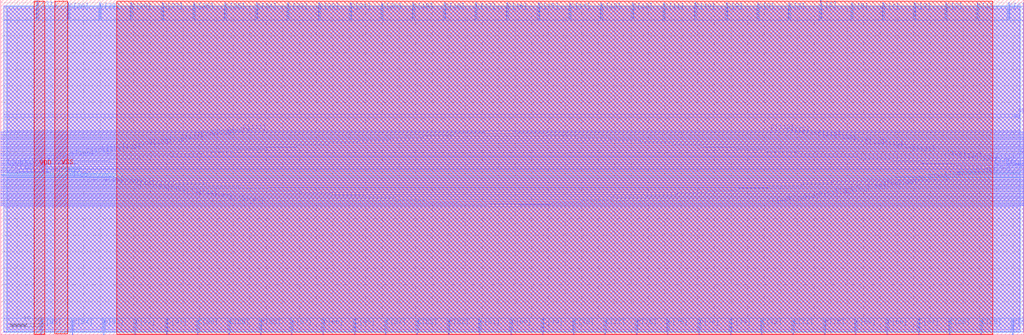
<source format=lef>
VERSION 5.7 ;
  NOWIREEXTENSIONATPIN ON ;
  DIVIDERCHAR "/" ;
  BUSBITCHARS "[]" ;
MACRO BR128
  CLASS BLOCK ;
  FOREIGN BR128 ;
  ORIGIN 0.000 0.000 ;
  SIZE 308.240 BY 100.920 ;
  PIN OUT
    PORT
      LAYER met1 ;
        RECT 305.750 65.745 306.970 66.135 ;
    END
  END OUT
  PIN C[127]
    PORT
      LAYER met1 ;
        RECT 296.865 50.150 308.240 50.455 ;
    END
  END C[127]
  PIN C[126]
    PORT
      LAYER met1 ;
        RECT 287.425 50.860 308.240 51.165 ;
    END
  END C[126]
  PIN C[125]
    PORT
      LAYER met1 ;
        RECT 277.980 51.570 308.240 51.875 ;
    END
  END C[125]
  PIN C[124]
    PORT
      LAYER met1 ;
        RECT 268.545 52.280 308.240 52.585 ;
    END
  END C[124]
  PIN C[123]
    PORT
      LAYER met1 ;
        RECT 259.095 52.990 308.240 53.295 ;
    END
  END C[123]
  PIN C[122]
    PORT
      LAYER met1 ;
        RECT 305.880 53.695 308.240 54.005 ;
    END
  END C[122]
  PIN C[121]
    PORT
      LAYER met1 ;
        RECT 240.220 54.410 308.240 54.715 ;
    END
  END C[121]
  PIN C[120]
    PORT
      LAYER met1 ;
        RECT 230.780 55.120 308.240 55.425 ;
    END
  END C[120]
  PIN C[119]
    PORT
      LAYER met1 ;
        RECT 221.375 55.830 308.240 56.135 ;
    END
  END C[119]
  PIN C[118]
    PORT
      LAYER met1 ;
        RECT 211.935 56.540 308.240 56.845 ;
    END
  END C[118]
  PIN C[117]
    PORT
      LAYER met1 ;
        RECT 202.505 57.250 308.240 57.555 ;
    END
  END C[117]
  PIN C[116]
    PORT
      LAYER met1 ;
        RECT 193.055 57.960 308.240 58.265 ;
    END
  END C[116]
  PIN C[115]
    PORT
      LAYER met1 ;
        RECT 183.615 58.670 308.240 58.975 ;
    END
  END C[115]
  PIN C[114]
    PORT
      LAYER met1 ;
        RECT 174.170 59.380 308.240 59.685 ;
    END
  END C[114]
  PIN C[113]
    PORT
      LAYER met1 ;
        RECT 164.735 60.090 308.240 60.395 ;
    END
  END C[113]
  PIN C[112]
    PORT
      LAYER met1 ;
        RECT 155.295 60.800 308.240 61.105 ;
    END
  END C[112]
  PIN C[63]
    PORT
      LAYER met1 ;
        RECT 298.015 49.440 308.240 49.745 ;
    END
  END C[63]
  PIN C[62]
    PORT
      LAYER met1 ;
        RECT 288.580 48.730 308.240 49.035 ;
    END
  END C[62]
  PIN C[61]
    PORT
      LAYER met1 ;
        RECT 279.135 48.020 308.240 48.325 ;
    END
  END C[61]
  PIN C[60]
    PORT
      LAYER met1 ;
        RECT 269.690 47.310 308.240 47.615 ;
    END
  END C[60]
  PIN C[59]
    PORT
      LAYER met1 ;
        RECT 260.255 46.600 308.240 46.905 ;
    END
  END C[59]
  PIN C[58]
    PORT
      LAYER met1 ;
        RECT 250.815 45.890 308.240 46.195 ;
    END
  END C[58]
  PIN C[57]
    PORT
      LAYER met1 ;
        RECT 241.370 45.180 308.240 45.485 ;
    END
  END C[57]
  PIN C[56]
    PORT
      LAYER met1 ;
        RECT 231.930 44.470 308.240 44.775 ;
    END
  END C[56]
  PIN C[55]
    PORT
      LAYER met1 ;
        RECT 222.540 43.760 308.240 44.065 ;
    END
  END C[55]
  PIN C[54]
    PORT
      LAYER met1 ;
        RECT 213.085 43.050 308.240 43.355 ;
    END
  END C[54]
  PIN C[53]
    PORT
      LAYER met1 ;
        RECT 203.660 42.340 308.240 42.645 ;
    END
  END C[53]
  PIN C[52]
    PORT
      LAYER met1 ;
        RECT 194.205 41.630 308.240 41.935 ;
    END
  END C[52]
  PIN C[51]
    PORT
      LAYER met1 ;
        RECT 184.755 40.920 308.240 41.225 ;
    END
  END C[51]
  PIN C[50]
    PORT
      LAYER met1 ;
        RECT 175.340 40.210 308.240 40.515 ;
    END
  END C[50]
  PIN C[49]
    PORT
      LAYER met1 ;
        RECT 165.890 39.500 308.240 39.805 ;
    END
  END C[49]
  PIN C[48]
    PORT
      LAYER met1 ;
        RECT 156.430 38.790 308.240 39.095 ;
    END
  END C[48]
  PIN RESET
    PORT
      LAYER met3 ;
        RECT 0.305 47.850 36.260 48.300 ;
    END
  END RESET
  PIN C[111]
    PORT
      LAYER met1 ;
        RECT 0.000 60.815 145.600 61.120 ;
    END
  END C[111]
  PIN C[110]
    PORT
      LAYER met1 ;
        RECT 0.000 60.105 136.160 60.410 ;
    END
  END C[110]
  PIN C[109]
    PORT
      LAYER met1 ;
        RECT 0.000 59.395 126.725 59.700 ;
    END
  END C[109]
  PIN C[108]
    PORT
      LAYER met1 ;
        RECT 0.000 58.685 117.280 58.990 ;
    END
  END C[108]
  PIN C[107]
    PORT
      LAYER met1 ;
        RECT 0.000 57.975 107.840 58.280 ;
    END
  END C[107]
  PIN C[106]
    PORT
      LAYER met1 ;
        RECT 0.000 57.265 98.390 57.570 ;
    END
  END C[106]
  PIN C[105]
    PORT
      LAYER met1 ;
        RECT 0.000 56.555 88.960 56.860 ;
    END
  END C[105]
  PIN C[104]
    PORT
      LAYER met1 ;
        RECT 0.000 55.845 79.520 56.150 ;
    END
  END C[104]
  PIN C[103]
    PORT
      LAYER met1 ;
        RECT 0.000 55.135 70.115 55.440 ;
    END
  END C[103]
  PIN C[102]
    PORT
      LAYER met1 ;
        RECT 0.000 54.425 60.675 54.730 ;
    END
  END C[102]
  PIN C[101]
    PORT
      LAYER met1 ;
        RECT 0.000 53.715 51.235 54.020 ;
    END
  END C[101]
  PIN C[100]
    PORT
      LAYER met1 ;
        RECT 0.000 53.005 41.800 53.310 ;
    END
  END C[100]
  PIN C[99]
    PORT
      LAYER met1 ;
        RECT 0.000 52.295 32.350 52.600 ;
    END
  END C[99]
  PIN C[98]
    PORT
      LAYER met1 ;
        RECT 0.000 51.585 22.915 51.890 ;
    END
  END C[98]
  PIN C[97]
    PORT
      LAYER met1 ;
        RECT 0.000 50.875 13.470 51.180 ;
    END
  END C[97]
  PIN C[96]
    PORT
      LAYER met1 ;
        RECT 0.000 50.165 4.030 50.470 ;
    END
  END C[96]
  PIN C[32]
    PORT
      LAYER met1 ;
        RECT 0.000 49.455 5.165 49.760 ;
    END
  END C[32]
  PIN C[33]
    PORT
      LAYER met1 ;
        RECT 0.000 48.745 14.600 49.050 ;
    END
  END C[33]
  PIN C[34]
    PORT
      LAYER met1 ;
        RECT 0.000 48.035 24.045 48.340 ;
    END
  END C[34]
  PIN C[35]
    PORT
      LAYER met1 ;
        RECT 0.000 47.325 33.490 47.630 ;
    END
  END C[35]
  PIN C[36]
    PORT
      LAYER met1 ;
        RECT 0.000 46.615 42.925 46.920 ;
    END
  END C[36]
  PIN C[37]
    PORT
      LAYER met1 ;
        RECT 0.000 45.905 52.365 46.210 ;
    END
  END C[37]
  PIN C[38]
    PORT
      LAYER met1 ;
        RECT 0.000 45.195 61.810 45.500 ;
    END
  END C[38]
  PIN C[39]
    PORT
      LAYER met1 ;
        RECT 0.000 44.485 71.250 44.790 ;
    END
  END C[39]
  PIN C[40]
    PORT
      LAYER met1 ;
        RECT 0.000 43.775 80.640 44.080 ;
    END
  END C[40]
  PIN C[41]
    PORT
      LAYER met1 ;
        RECT 0.000 43.065 90.095 43.370 ;
    END
  END C[41]
  PIN C[42]
    PORT
      LAYER met1 ;
        RECT 0.000 42.355 99.520 42.660 ;
    END
  END C[42]
  PIN C[43]
    PORT
      LAYER met1 ;
        RECT 0.000 41.645 108.975 41.950 ;
    END
  END C[43]
  PIN C[44]
    PORT
      LAYER met1 ;
        RECT 0.000 40.935 118.425 41.240 ;
    END
  END C[44]
  PIN C[45]
    PORT
      LAYER met1 ;
        RECT 0.000 40.225 127.840 40.530 ;
    END
  END C[45]
  PIN C[46]
    PORT
      LAYER met1 ;
        RECT 0.000 39.515 137.290 39.820 ;
    END
  END C[46]
  PIN C[47]
    PORT
      LAYER met1 ;
        RECT 0.000 38.805 146.750 39.110 ;
    END
  END C[47]
  PIN C[0]
    PORT
      LAYER met2 ;
        RECT 303.540 95.085 303.760 99.960 ;
    END
  END C[0]
  PIN C[1]
    PORT
      LAYER met2 ;
        RECT 294.100 95.085 294.320 99.960 ;
    END
  END C[1]
  PIN C[2]
    PORT
      LAYER met2 ;
        RECT 284.660 95.085 284.880 99.960 ;
    END
  END C[2]
  PIN C[3]
    PORT
      LAYER met2 ;
        RECT 275.220 95.085 275.440 99.960 ;
    END
  END C[3]
  PIN C[4]
    PORT
      LAYER met2 ;
        RECT 265.780 95.085 266.000 99.960 ;
    END
  END C[4]
  PIN C[5]
    PORT
      LAYER met2 ;
        RECT 256.340 95.085 256.560 99.960 ;
    END
  END C[5]
  PIN C[7]
    PORT
      LAYER met2 ;
        RECT 237.460 95.085 237.680 99.960 ;
    END
  END C[7]
  PIN C[8]
    PORT
      LAYER met2 ;
        RECT 228.020 95.085 228.240 99.960 ;
    END
  END C[8]
  PIN C[9]
    PORT
      LAYER met2 ;
        RECT 218.580 95.085 218.800 99.960 ;
    END
  END C[9]
  PIN C[10]
    PORT
      LAYER met2 ;
        RECT 209.140 95.085 209.360 99.960 ;
    END
  END C[10]
  PIN C[11]
    PORT
      LAYER met2 ;
        RECT 199.700 95.085 199.920 99.960 ;
    END
  END C[11]
  PIN C[12]
    PORT
      LAYER met2 ;
        RECT 190.260 95.085 190.480 99.960 ;
    END
  END C[12]
  PIN C[13]
    PORT
      LAYER met2 ;
        RECT 180.820 95.085 181.040 99.960 ;
    END
  END C[13]
  PIN C[14]
    PORT
      LAYER met2 ;
        RECT 171.380 95.085 171.600 99.960 ;
    END
  END C[14]
  PIN C[15]
    PORT
      LAYER met2 ;
        RECT 161.940 95.085 162.160 99.960 ;
    END
  END C[15]
  PIN C[16]
    PORT
      LAYER met2 ;
        RECT 152.500 95.085 152.720 99.960 ;
    END
  END C[16]
  PIN C[17]
    PORT
      LAYER met2 ;
        RECT 143.060 95.085 143.280 99.960 ;
    END
  END C[17]
  PIN C[18]
    PORT
      LAYER met2 ;
        RECT 133.620 95.085 133.840 99.960 ;
    END
  END C[18]
  PIN C[19]
    PORT
      LAYER met2 ;
        RECT 124.180 95.085 124.400 99.960 ;
    END
  END C[19]
  PIN C[20]
    PORT
      LAYER met2 ;
        RECT 114.740 95.085 114.960 99.960 ;
    END
  END C[20]
  PIN C[21]
    PORT
      LAYER met2 ;
        RECT 105.300 95.085 105.520 99.960 ;
    END
  END C[21]
  PIN C[22]
    PORT
      LAYER met2 ;
        RECT 95.860 95.085 96.080 99.960 ;
    END
  END C[22]
  PIN C[23]
    PORT
      LAYER met2 ;
        RECT 86.420 95.085 86.640 99.960 ;
    END
  END C[23]
  PIN C[24]
    PORT
      LAYER met2 ;
        RECT 76.980 95.085 77.200 99.960 ;
    END
  END C[24]
  PIN C[25]
    PORT
      LAYER met2 ;
        RECT 67.540 95.085 67.760 99.960 ;
    END
  END C[25]
  PIN C[26]
    PORT
      LAYER met2 ;
        RECT 58.100 95.085 58.320 99.960 ;
    END
  END C[26]
  PIN C[27]
    PORT
      LAYER met2 ;
        RECT 48.660 95.085 48.880 99.960 ;
    END
  END C[27]
  PIN C[28]
    PORT
      LAYER met2 ;
        RECT 39.220 95.085 39.440 99.960 ;
    END
  END C[28]
  PIN C[29]
    PORT
      LAYER met2 ;
        RECT 29.780 95.085 30.000 99.960 ;
    END
  END C[29]
  PIN C[30]
    PORT
      LAYER met2 ;
        RECT 20.340 95.085 20.560 99.960 ;
    END
  END C[30]
  PIN C[6]
    PORT
      LAYER met2 ;
        RECT 246.900 95.085 247.120 100.755 ;
    END
  END C[6]
  PIN C[31]
    PORT
      LAYER met2 ;
        RECT 10.900 95.085 11.120 100.920 ;
    END
  END C[31]
  PIN C[95]
    PORT
      LAYER met2 ;
        RECT 12.045 0.000 12.325 4.650 ;
    END
  END C[95]
  PIN C[94]
    PORT
      LAYER met2 ;
        RECT 21.485 0.000 21.765 4.650 ;
    END
  END C[94]
  PIN C[93]
    PORT
      LAYER met2 ;
        RECT 30.925 0.000 31.205 4.650 ;
    END
  END C[93]
  PIN C[92]
    PORT
      LAYER met2 ;
        RECT 40.365 0.000 40.645 4.650 ;
    END
  END C[92]
  PIN C[91]
    PORT
      LAYER met2 ;
        RECT 49.805 0.000 50.085 4.650 ;
    END
  END C[91]
  PIN C[90]
    PORT
      LAYER met2 ;
        RECT 59.245 0.000 59.525 4.650 ;
    END
  END C[90]
  PIN C[89]
    PORT
      LAYER met2 ;
        RECT 68.685 0.000 68.965 4.650 ;
    END
  END C[89]
  PIN C[88]
    PORT
      LAYER met2 ;
        RECT 78.125 0.000 78.405 4.650 ;
    END
  END C[88]
  PIN C[87]
    PORT
      LAYER met2 ;
        RECT 87.565 0.000 87.845 4.650 ;
    END
  END C[87]
  PIN C[86]
    PORT
      LAYER met2 ;
        RECT 97.005 0.000 97.285 4.650 ;
    END
  END C[86]
  PIN C[85]
    PORT
      LAYER met2 ;
        RECT 106.445 0.000 106.725 4.650 ;
    END
  END C[85]
  PIN C[84]
    PORT
      LAYER met2 ;
        RECT 115.885 0.000 116.165 4.650 ;
    END
  END C[84]
  PIN C[83]
    PORT
      LAYER met2 ;
        RECT 125.325 0.000 125.605 4.650 ;
    END
  END C[83]
  PIN C[82]
    PORT
      LAYER met2 ;
        RECT 134.765 0.000 135.045 4.650 ;
    END
  END C[82]
  PIN C[81]
    PORT
      LAYER met2 ;
        RECT 144.205 0.000 144.485 4.650 ;
    END
  END C[81]
  PIN C[80]
    PORT
      LAYER met2 ;
        RECT 153.645 0.000 153.925 4.650 ;
    END
  END C[80]
  PIN C[79]
    PORT
      LAYER met2 ;
        RECT 163.085 0.000 163.365 4.650 ;
    END
  END C[79]
  PIN C[78]
    PORT
      LAYER met2 ;
        RECT 172.525 0.000 172.805 4.650 ;
    END
  END C[78]
  PIN C[77]
    PORT
      LAYER met2 ;
        RECT 181.965 0.000 182.245 4.650 ;
    END
  END C[77]
  PIN C[76]
    PORT
      LAYER met2 ;
        RECT 191.405 0.000 191.685 4.650 ;
    END
  END C[76]
  PIN C[75]
    PORT
      LAYER met2 ;
        RECT 200.845 0.000 201.125 4.650 ;
    END
  END C[75]
  PIN C[74]
    PORT
      LAYER met2 ;
        RECT 210.285 0.000 210.565 4.650 ;
    END
  END C[74]
  PIN C[73]
    PORT
      LAYER met2 ;
        RECT 219.725 0.000 220.005 4.650 ;
    END
  END C[73]
  PIN C[72]
    PORT
      LAYER met2 ;
        RECT 229.165 0.000 229.445 4.650 ;
    END
  END C[72]
  PIN C[71]
    PORT
      LAYER met2 ;
        RECT 238.605 0.000 238.885 4.650 ;
    END
  END C[71]
  PIN C[70]
    PORT
      LAYER met2 ;
        RECT 248.045 0.000 248.325 4.650 ;
    END
  END C[70]
  PIN C[69]
    PORT
      LAYER met2 ;
        RECT 257.485 0.000 257.765 4.650 ;
    END
  END C[69]
  PIN C[68]
    PORT
      LAYER met2 ;
        RECT 266.925 0.000 267.205 4.650 ;
    END
  END C[68]
  PIN C[67]
    PORT
      LAYER met2 ;
        RECT 276.365 0.000 276.645 4.650 ;
    END
  END C[67]
  PIN C[66]
    PORT
      LAYER met2 ;
        RECT 285.805 0.000 286.085 4.650 ;
    END
  END C[66]
  PIN C[65]
    PORT
      LAYER met2 ;
        RECT 295.245 0.000 295.525 4.650 ;
    END
  END C[65]
  PIN C[64]
    PORT
      LAYER met2 ;
        RECT 304.685 0.000 304.965 4.650 ;
    END
  END C[64]
  PIN VDD
    DIRECTION INOUT ;
    USE POWER ;
    PORT
      LAYER met4 ;
        RECT 10.120 0.190 13.210 100.435 ;
    END
  END VDD
  PIN VSS
    DIRECTION INOUT ;
    USE GROUND ;
    PORT
      LAYER met4 ;
        RECT 16.285 0.370 20.205 100.435 ;
    END
  END VSS
  OBS
      LAYER li1 ;
        RECT 1.990 1.550 306.965 98.185 ;
      LAYER met1 ;
        RECT 0.870 66.415 307.155 99.045 ;
        RECT 0.870 65.465 305.470 66.415 ;
        RECT 0.870 61.400 307.155 65.465 ;
        RECT 145.880 61.385 307.155 61.400 ;
        RECT 145.880 60.535 155.015 61.385 ;
        RECT 136.440 60.520 155.015 60.535 ;
        RECT 136.440 59.825 164.455 60.520 ;
        RECT 127.005 59.810 164.455 59.825 ;
        RECT 127.005 59.115 173.890 59.810 ;
        RECT 117.560 59.100 173.890 59.115 ;
        RECT 117.560 58.405 183.335 59.100 ;
        RECT 108.120 58.390 183.335 58.405 ;
        RECT 108.120 57.695 192.775 58.390 ;
        RECT 98.670 57.680 192.775 57.695 ;
        RECT 98.670 56.985 202.225 57.680 ;
        RECT 89.240 56.970 202.225 56.985 ;
        RECT 89.240 56.275 211.655 56.970 ;
        RECT 79.800 56.260 211.655 56.275 ;
        RECT 79.800 55.565 221.095 56.260 ;
        RECT 70.395 55.550 221.095 55.565 ;
        RECT 70.395 54.855 230.500 55.550 ;
        RECT 60.955 54.840 230.500 54.855 ;
        RECT 60.955 54.145 239.940 54.840 ;
        RECT 51.515 54.130 239.940 54.145 ;
        RECT 51.515 53.575 305.600 54.130 ;
        RECT 51.515 53.435 258.815 53.575 ;
        RECT 42.080 52.725 258.815 53.435 ;
        RECT 32.630 52.710 258.815 52.725 ;
        RECT 32.630 52.015 268.265 52.710 ;
        RECT 23.195 52.000 268.265 52.015 ;
        RECT 23.195 51.305 277.700 52.000 ;
        RECT 13.750 51.290 277.700 51.305 ;
        RECT 13.750 50.595 287.145 51.290 ;
        RECT 4.310 50.580 287.145 50.595 ;
        RECT 4.310 50.040 296.585 50.580 ;
        RECT 5.445 49.870 296.585 50.040 ;
        RECT 5.445 49.330 297.735 49.870 ;
        RECT 14.880 49.315 297.735 49.330 ;
        RECT 14.880 48.620 288.300 49.315 ;
        RECT 24.325 48.605 288.300 48.620 ;
        RECT 24.325 47.910 278.855 48.605 ;
        RECT 33.770 47.895 278.855 47.910 ;
        RECT 33.770 47.200 269.410 47.895 ;
        RECT 43.205 47.185 269.410 47.200 ;
        RECT 43.205 46.490 259.975 47.185 ;
        RECT 52.645 46.475 259.975 46.490 ;
        RECT 52.645 45.780 250.535 46.475 ;
        RECT 62.090 45.765 250.535 45.780 ;
        RECT 62.090 45.070 241.090 45.765 ;
        RECT 71.530 45.055 241.090 45.070 ;
        RECT 71.530 44.360 231.650 45.055 ;
        RECT 80.920 44.345 231.650 44.360 ;
        RECT 80.920 43.650 222.260 44.345 ;
        RECT 90.375 43.635 222.260 43.650 ;
        RECT 90.375 42.940 212.805 43.635 ;
        RECT 99.800 42.925 212.805 42.940 ;
        RECT 99.800 42.230 203.380 42.925 ;
        RECT 109.255 42.215 203.380 42.230 ;
        RECT 109.255 41.520 193.925 42.215 ;
        RECT 118.705 41.505 193.925 41.520 ;
        RECT 118.705 40.810 184.475 41.505 ;
        RECT 128.120 40.795 184.475 40.810 ;
        RECT 128.120 40.100 175.060 40.795 ;
        RECT 137.570 40.085 175.060 40.100 ;
        RECT 137.570 39.390 165.610 40.085 ;
        RECT 147.030 39.375 165.610 39.390 ;
        RECT 147.030 38.525 156.150 39.375 ;
        RECT 0.870 38.510 156.150 38.525 ;
        RECT 0.870 0.690 307.155 38.510 ;
      LAYER met2 ;
        RECT 0.905 94.805 10.620 98.795 ;
        RECT 11.400 94.805 20.060 98.795 ;
        RECT 20.840 94.805 29.500 98.795 ;
        RECT 30.280 94.805 38.940 98.795 ;
        RECT 39.720 94.805 48.380 98.795 ;
        RECT 49.160 94.805 57.820 98.795 ;
        RECT 58.600 94.805 67.260 98.795 ;
        RECT 68.040 94.805 76.700 98.795 ;
        RECT 77.480 94.805 86.140 98.795 ;
        RECT 86.920 94.805 95.580 98.795 ;
        RECT 96.360 94.805 105.020 98.795 ;
        RECT 105.800 94.805 114.460 98.795 ;
        RECT 115.240 94.805 123.900 98.795 ;
        RECT 124.680 94.805 133.340 98.795 ;
        RECT 134.120 94.805 142.780 98.795 ;
        RECT 143.560 94.805 152.220 98.795 ;
        RECT 153.000 94.805 161.660 98.795 ;
        RECT 162.440 94.805 171.100 98.795 ;
        RECT 171.880 94.805 180.540 98.795 ;
        RECT 181.320 94.805 189.980 98.795 ;
        RECT 190.760 94.805 199.420 98.795 ;
        RECT 200.200 94.805 208.860 98.795 ;
        RECT 209.640 94.805 218.300 98.795 ;
        RECT 219.080 94.805 227.740 98.795 ;
        RECT 228.520 94.805 237.180 98.795 ;
        RECT 237.960 94.805 246.620 98.795 ;
        RECT 247.400 94.805 256.060 98.795 ;
        RECT 256.840 94.805 265.500 98.795 ;
        RECT 266.280 94.805 274.940 98.795 ;
        RECT 275.720 94.805 284.380 98.795 ;
        RECT 285.160 94.805 293.820 98.795 ;
        RECT 294.600 94.805 303.260 98.795 ;
        RECT 304.040 94.805 308.100 98.795 ;
        RECT 0.905 4.930 308.100 94.805 ;
        RECT 0.905 0.940 11.765 4.930 ;
        RECT 12.605 0.940 21.205 4.930 ;
        RECT 22.045 0.940 30.645 4.930 ;
        RECT 31.485 0.940 40.085 4.930 ;
        RECT 40.925 0.940 49.525 4.930 ;
        RECT 50.365 0.940 58.965 4.930 ;
        RECT 59.805 0.940 68.405 4.930 ;
        RECT 69.245 0.940 77.845 4.930 ;
        RECT 78.685 0.940 87.285 4.930 ;
        RECT 88.125 0.940 96.725 4.930 ;
        RECT 97.565 0.940 106.165 4.930 ;
        RECT 107.005 0.940 115.605 4.930 ;
        RECT 116.445 0.940 125.045 4.930 ;
        RECT 125.885 0.940 134.485 4.930 ;
        RECT 135.325 0.940 143.925 4.930 ;
        RECT 144.765 0.940 153.365 4.930 ;
        RECT 154.205 0.940 162.805 4.930 ;
        RECT 163.645 0.940 172.245 4.930 ;
        RECT 173.085 0.940 181.685 4.930 ;
        RECT 182.525 0.940 191.125 4.930 ;
        RECT 191.965 0.940 200.565 4.930 ;
        RECT 201.405 0.940 210.005 4.930 ;
        RECT 210.845 0.940 219.445 4.930 ;
        RECT 220.285 0.940 228.885 4.930 ;
        RECT 229.725 0.940 238.325 4.930 ;
        RECT 239.165 0.940 247.765 4.930 ;
        RECT 248.605 0.940 257.205 4.930 ;
        RECT 258.045 0.940 266.645 4.930 ;
        RECT 267.485 0.940 276.085 4.930 ;
        RECT 276.925 0.940 285.525 4.930 ;
        RECT 286.365 0.940 294.965 4.930 ;
        RECT 295.805 0.940 304.405 4.930 ;
        RECT 305.245 0.940 308.100 4.930 ;
      LAYER met3 ;
        RECT 1.800 48.700 307.155 99.050 ;
        RECT 36.660 47.450 307.155 48.700 ;
        RECT 1.800 0.685 307.155 47.450 ;
      LAYER met4 ;
        RECT 35.020 0.190 298.835 100.435 ;
  END
END BR128
END LIBRARY


</source>
